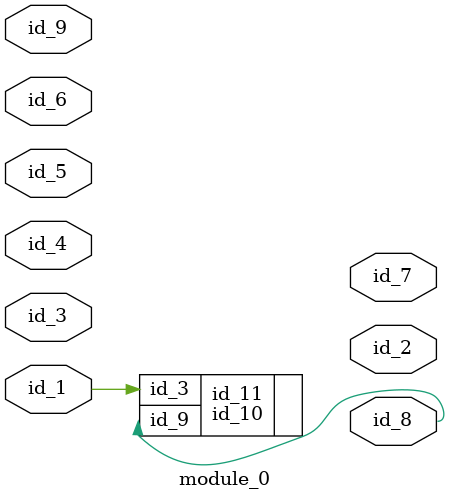
<source format=v>
`timescale 1 ps / 1ps
module module_0 (
    id_1,
    id_2,
    id_3,
    id_4,
    id_5,
    id_6,
    id_7,
    id_8,
    id_9
);
  input id_9;
  output id_8;
  output id_7;
  input id_6;
  input id_5;
  input id_4;
  input id_3;
  output id_2;
  input id_1;
  id_10 id_11 (
      .id_9(id_8),
      .id_3(id_1)
  );
endmodule

</source>
